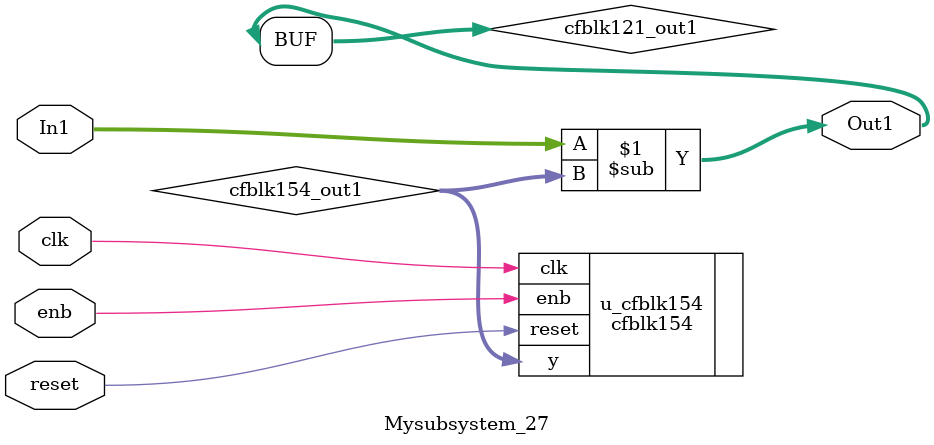
<source format=v>



`timescale 1 ns / 1 ns

module Mysubsystem_27
          (clk,
           reset,
           enb,
           In1,
           Out1);


  input   clk;
  input   reset;
  input   enb;
  input   [7:0] In1;  // uint8
  output  [7:0] Out1;  // uint8


  wire [7:0] cfblk154_out1;  // uint8
  wire [7:0] cfblk121_out1;  // uint8


  cfblk154 u_cfblk154 (.clk(clk),
                       .reset(reset),
                       .enb(enb),
                       .y(cfblk154_out1)  // uint8
                       );

  assign cfblk121_out1 = In1 - cfblk154_out1;



  assign Out1 = cfblk121_out1;

endmodule  // Mysubsystem_27


</source>
